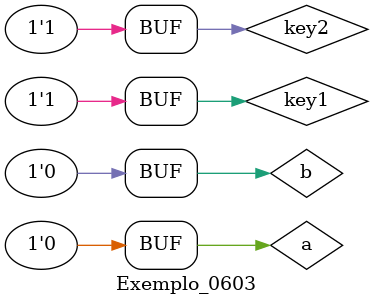
<source format=v>

module multiplexer(input a, input b, input key, output out);

	wire not_key;
	wire a_and_not_key;
	wire b_and_key;
	
	not(not_key, key);
	
	// if key = 0, not_key = 1 and, and(a, not_key) = a
	// if key = 1, not_key = 0 and, and(a, not_key) = 0
	and(a_and_not_key, a, not_key);
	
	// if key = 1, and(b, key) = b
	// if key = 0, and(b, key) = 0
	and(b_and_key, b, key);
	
	// if key = 0, b_and_key = 0, so, who decides the or result is a
	// if key = 1, a_and_not_key = 0, so, who decides the or result is b
	or(out, a_and_not_key, b_and_key);

endmodule

module AND_OR ( input a, input b, output and1, output or1 );

	and(and1, a, b);
	or(or1, a, b);
	
endmodule

module NAND_NOR ( input a, input b, output nand1, output nor1 );

	nand(nand1, a, b);
	nor(nor1, a, b);
	
endmodule

module Exemplo_0603;

	// ------------------------- data definition
	reg a;
	reg b;
	reg key1, key2;
	wire a_and_b, a_or_b, a_nand_b, a_nor_b;
	wire choosed_operation_result, choosed_operation_result1, choosed_operation_result2;
	
	AND_OR and_or ( a, b, a_and_b, a_or_b );
	NAND_NOR nand_or (a, b, a_nand_b, a_nor_b);
	multiplexer mux1 (a_and_b, a_or_b, key1, choosed_operation_result1);
	multiplexer mux2 (a_nand_b, a_nor_b, key1, choosed_operation_result2);
	multiplexer mux3 (choosed_operation_result1, choosed_operation_result2, key2, choosed_operation_result);
	
	// ------------------------- main part
	initial
	begin : main
		$display("");
		$display("Exemplo_0603 - Axell Brendow - 631822");
		$display("");
		$display("key = 00  -->  and is used");
		$display("key = 01  -->  nand is used");
		$display("key = 10  -->  or is used");
		$display("key = 11  -->  nor is used");
		$display("");
		
		// projecting module tests
		$monitor("(%b, %b) = %b", a, b, choosed_operation_result);
		
		$display("for key = 00");
		   a = 1; b = 1; key1 = 0; key2 = 0;
		#1 a = 1; b = 0;
		#1 a = 0; b = 1;
		#1 a = 0; b = 0;
		
		#1 $display("\nfor key = 01");
		   a = 1; b = 1; key1 = 0; key2 = 1;
		#1 a = 1; b = 0;
		#1 a = 0; b = 1;
		#1 a = 0; b = 0;
		
		#1 $display("\nfor key = 10");
		   a = 1; b = 1; key1 = 1; key2 = 0;
		#1 a = 1; b = 0;
		#1 a = 0; b = 1;
		#1 a = 0; b = 0;
		
		#1 $display("\nfor key = 11");
		   a = 1; b = 1; key1 = 1; key2 = 1;
		#1 a = 1; b = 0;
		#1 a = 0; b = 1;
		#1 a = 0; b = 0;
	end
	
endmodule
</source>
